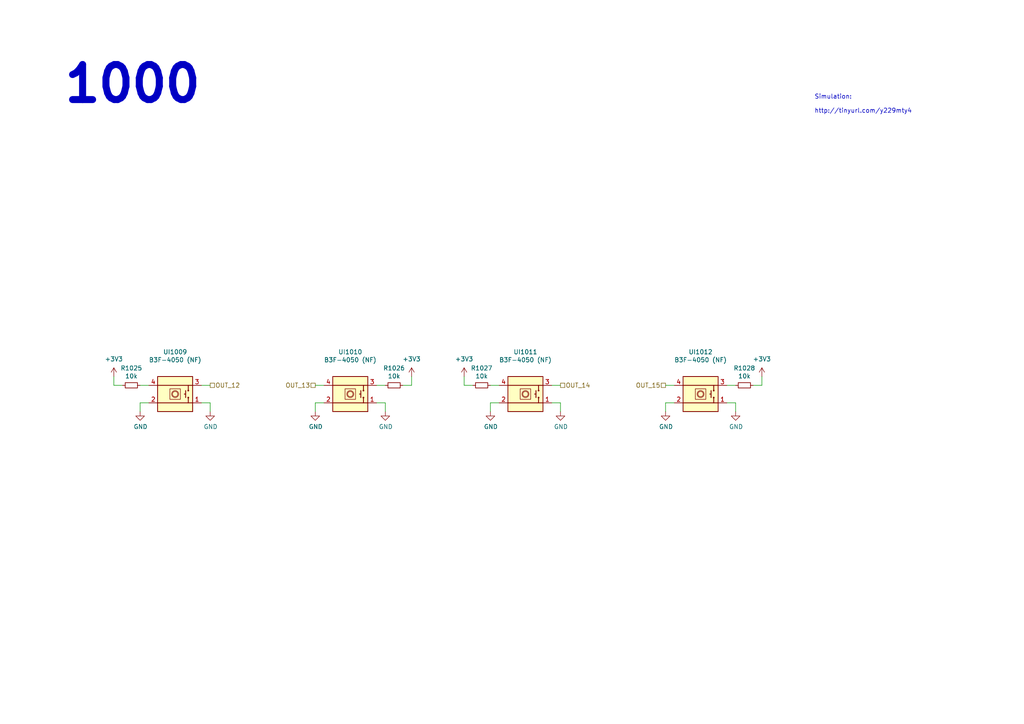
<source format=kicad_sch>
(kicad_sch (version 20230121) (generator eeschema)
  (paper "A4")
  (lib_symbols
    (symbol "power:+3V3" (power) (pin_names (offset 0))
      (property "Value" "+3V3" (at 0 3.556 0))
      (symbol "+3V3_0_1"
        (polyline (pts (xy -0.762 1.27) (xy 0 2.54)))
        (polyline (pts (xy 0 0) (xy 0 2.54)))
        (polyline (pts (xy 0 2.54) (xy 0.762 1.27)))
      )
      (symbol "+3V3_1_1"
        (pin power_in line (at 0 0 90) (length 0) hide (name "+3V3") (number "1"))
      )
    )
    (symbol "power:GND" (power) (pin_names (offset 0))
      (property "Value" "GND" (at 0 -3.81 0))
      (symbol "GND_0_1"
        (polyline (pts (xy 0 0) (xy 0 -1.27) (xy 1.27 -1.27) (xy 0 -2.54) (xy -1.27 -1.27) (xy 0 -1.27)))
      )
      (symbol "GND_1_1"
        (pin power_in line (at 0 0 270) (length 0) hide (name "GND") (number "1"))
      )
    )
    (symbol "suku_basics:RES" (pin_numbers hide) (pin_names (offset 0.254) hide)
      (property "Reference" "R" (at 0.762 0.508 0))
      (property "Value" "RES" (at 0.762 -1.016 0))
      (symbol "RES_1_1"
        (rectangle (start -0.762 1.778) (end 0.762 -1.778) (stroke (width 0.2032)))
        (pin passive line (at 0 2.54 270) (length 0.762) (name "~") (number "1"))
        (pin passive line (at 0 -2.54 90) (length 0.762) (name "~") (number "2"))
      )
    )
    (symbol "suku_basics:UI_Pushbutton_Omron" (pin_names (offset 0.254) hide)
      (property "Reference" "UI" (at 0 11.684 0))
      (property "Value" "UI_Pushbutton_Omron" (at 0 -11.684 0))
      (symbol "UI_Pushbutton_Omron_0_1"
        (rectangle (start -5.08 5.08) (end 5.08 -5.08) (stroke (width 0.254)) (fill (type background)))
        (rectangle (start -1.524 1.524) (end 1.524 -1.524))
        (polyline (pts (xy 3.048 0) (xy 2.667 0)) (stroke (width 0.254)))
        (polyline (pts (xy 3.048 1.016) (xy 3.048 -1.016)) (stroke (width 0.254)))
        (polyline (pts (xy 5.08 -2.54) (xy 3.81 -2.54) (xy 3.81 -1.016)) (stroke (width 0.254)))
        (polyline (pts (xy 5.08 2.54) (xy 3.81 2.54) (xy 3.81 1.016)) (stroke (width 0.254)))
        (circle (center 0 0) (radius 0.762))
        (circle (center 0 0) (radius 1.016))
        (circle (center 3.81 -1.016) (radius 0.127) (stroke (width 0.254)))
        (circle (center 3.81 1.016) (radius 0.127) (stroke (width 0.254)))
      )
      (symbol "UI_Pushbutton_Omron_1_1"
        (polyline (pts (xy 3.81 -2.54) (xy 3.048 -2.54) (xy -5.08 -2.54)) (stroke (width 0.254)))
        (polyline (pts (xy 3.81 2.54) (xy 3.048 2.54) (xy -5.08 2.54)) (stroke (width 0.254)))
        (pin passive line (at 7.62 -2.54 180) (length 2.54) (name "1") (number "1"))
        (pin passive line (at -7.62 -2.54 0) (length 2.54) (name "2") (number "2"))
        (pin passive line (at 7.62 2.54 180) (length 2.54) (name "3") (number "3"))
        (pin passive line (at -7.62 2.54 0) (length 2.54) (name "4") (number "4"))
        (pin no_connect line (at 0 -7.62 90) (length 2.54) hide (name "5") (number "5"))
        (pin no_connect line (at 0 7.62 270) (length 2.54) hide (name "6") (number "6"))
      )
    )
  )
  (wire (pts (xy 193.04 111.76) (xy 195.58 111.76)))
  (wire (pts (xy 40.64 116.84) (xy 43.18 116.84)))
  (wire (pts (xy 40.64 119.38) (xy 40.64 116.84)))
  (wire (pts (xy 33.02 111.76) (xy 35.56 111.76)))
  (wire (pts (xy 193.04 119.38) (xy 193.04 116.84)))
  (wire (pts (xy 119.38 111.76) (xy 119.38 109.22)))
  (wire (pts (xy 213.36 116.84) (xy 210.82 116.84)))
  (wire (pts (xy 60.96 116.84) (xy 58.42 116.84)))
  (wire (pts (xy 111.76 116.84) (xy 109.22 116.84)))
  (wire (pts (xy 160.02 111.76) (xy 162.56 111.76)))
  (wire (pts (xy 162.56 119.38) (xy 162.56 116.84)))
  (wire (pts (xy 142.24 116.84) (xy 144.78 116.84)))
  (wire (pts (xy 43.18 111.76) (xy 40.64 111.76)))
  (wire (pts (xy 91.44 119.38) (xy 91.44 116.84)))
  (wire (pts (xy 220.98 111.76) (xy 218.44 111.76)))
  (wire (pts (xy 91.44 111.76) (xy 93.98 111.76)))
  (wire (pts (xy 58.42 111.76) (xy 60.96 111.76)))
  (wire (pts (xy 33.02 109.22) (xy 33.02 111.76)))
  (wire (pts (xy 109.22 111.76) (xy 111.76 111.76)))
  (wire (pts (xy 119.38 111.76) (xy 116.84 111.76)))
  (wire (pts (xy 144.78 111.76) (xy 142.24 111.76)))
  (wire (pts (xy 111.76 119.38) (xy 111.76 116.84)))
  (wire (pts (xy 60.96 119.38) (xy 60.96 116.84)))
  (wire (pts (xy 91.44 116.84) (xy 93.98 116.84)))
  (wire (pts (xy 220.98 111.76) (xy 220.98 109.22)))
  (wire (pts (xy 193.04 116.84) (xy 195.58 116.84)))
  (wire (pts (xy 142.24 119.38) (xy 142.24 116.84)))
  (wire (pts (xy 213.36 119.38) (xy 213.36 116.84)))
  (wire (pts (xy 134.62 109.22) (xy 134.62 111.76)))
  (wire (pts (xy 162.56 116.84) (xy 160.02 116.84)))
  (wire (pts (xy 134.62 111.76) (xy 137.16 111.76)))
  (wire (pts (xy 210.82 111.76) (xy 213.36 111.76)))
  (text "1000" (at 17.78 30.48 0) (effects (font (size 10.16 10.16) (thickness 2.032) bold) (justify left bottom)))
  (text "Simulation:\n\nhttp://tinyurl.com/y229mty4" (at 236.22 33.02 0) (effects (font (size 1.27 1.27)) (justify left bottom)))
  (hierarchical_label "OUT_13" (shape passive) (at 91.44 111.76 180))
  (hierarchical_label "OUT_12" (shape passive) (at 60.96 111.76 0))
  (hierarchical_label "OUT_14" (shape passive) (at 162.56 111.76 0))
  (hierarchical_label "OUT_15" (shape passive) (at 193.04 111.76 180))
  (symbol (lib_id "suku_basics:UI_Pushbutton_Omron") (at 50.8 114.3 0) (unit 1)
    (property "Reference" "UI1009" (at 50.8 102.0826 0))
    (property "Value" "B3F-4050 (NF)" (at 50.8 104.394 0))
    (property "Footprint" "suku_basics:UI_BUTTON_OMRON" (effects hide))
  )
  (symbol (lib_id "suku_basics:UI_Pushbutton_Omron") (at 101.6 114.3 0) (unit 1)
    (property "Reference" "UI1010" (at 101.6 102.0826 0))
    (property "Value" "B3F-4050 (NF)" (at 101.6 104.394 0))
    (property "Footprint" "suku_basics:UI_BUTTON_OMRON" (effects hide))
  )
  (symbol (lib_id "suku_basics:UI_Pushbutton_Omron") (at 152.4 114.3 0) (unit 1)
    (property "Reference" "UI1011" (at 152.4 102.0826 0))
    (property "Value" "B3F-4050 (NF)" (at 152.4 104.394 0))
    (property "Footprint" "suku_basics:UI_BUTTON_OMRON" (effects hide))
  )
  (symbol (lib_id "suku_basics:UI_Pushbutton_Omron") (at 203.2 114.3 0) (unit 1)
    (property "Reference" "UI1012" (at 203.2 102.0826 0))
    (property "Value" "B3F-4050 (NF)" (at 203.2 104.394 0))
    (property "Footprint" "suku_basics:UI_BUTTON_OMRON" (effects hide))
  )
  (symbol (lib_id "power:GND") (at 40.64 119.38 0) (unit 1)
    (property "Reference" "#PWR01046" (effects hide))
    (property "Value" "GND" (at 40.767 123.7742 0))
  )
  (symbol (lib_id "power:GND") (at 60.96 119.38 0) (unit 1)
    (property "Reference" "#PWR01047" (effects hide))
    (property "Value" "GND" (at 61.087 123.7742 0))
  )
  (symbol (lib_id "suku_basics:RES") (at 38.1 111.76 270) (unit 1)
    (property "Reference" "R1025" (at 38.1 106.7816 90))
    (property "Value" "10k" (at 38.1 109.093 90))
    (property "Footprint" "suku_basics:RES_0402" (effects hide))
  )
  (symbol (lib_id "power:GND") (at 91.44 119.38 0) (unit 1)
    (property "Reference" "#PWR01048" (effects hide))
    (property "Value" "GND" (at 91.567 123.7742 0))
  )
  (symbol (lib_id "power:GND") (at 111.76 119.38 0) (unit 1)
    (property "Reference" "#PWR01049" (effects hide))
    (property "Value" "GND" (at 111.887 123.7742 0))
  )
  (symbol (lib_id "suku_basics:RES") (at 114.3 111.76 90) (mirror x) (unit 1)
    (property "Reference" "R1026" (at 114.3 106.7816 90))
    (property "Value" "10k" (at 114.3 109.093 90))
    (property "Footprint" "suku_basics:RES_0402" (effects hide))
  )
  (symbol (lib_id "power:GND") (at 142.24 119.38 0) (unit 1)
    (property "Reference" "#PWR01052" (effects hide))
    (property "Value" "GND" (at 142.367 123.7742 0))
  )
  (symbol (lib_id "power:GND") (at 162.56 119.38 0) (unit 1)
    (property "Reference" "#PWR01053" (effects hide))
    (property "Value" "GND" (at 162.687 123.7742 0))
  )
  (symbol (lib_id "suku_basics:RES") (at 139.7 111.76 270) (unit 1)
    (property "Reference" "R1027" (at 139.7 106.7816 90))
    (property "Value" "10k" (at 139.7 109.093 90))
    (property "Footprint" "suku_basics:RES_0402" (effects hide))
  )
  (symbol (lib_id "power:GND") (at 193.04 119.38 0) (unit 1)
    (property "Reference" "#PWR01054" (effects hide))
    (property "Value" "GND" (at 193.167 123.7742 0))
  )
  (symbol (lib_id "power:GND") (at 213.36 119.38 0) (unit 1)
    (property "Reference" "#PWR01055" (effects hide))
    (property "Value" "GND" (at 213.487 123.7742 0))
  )
  (symbol (lib_id "suku_basics:RES") (at 215.9 111.76 90) (mirror x) (unit 1)
    (property "Reference" "R1028" (at 215.9 106.7816 90))
    (property "Value" "10k" (at 215.9 109.093 90))
    (property "Footprint" "suku_basics:RES_0402" (effects hide))
  )
  (symbol (lib_id "power:+3V3") (at 33.02 109.22 0) (unit 1)
    (property "Reference" "#PWR01045" (effects hide))
    (property "Value" "+3V3" (at 33.02 104.14 0))
  )
  (symbol (lib_id "power:+3V3") (at 134.62 109.22 0) (unit 1)
    (property "Reference" "#PWR01051" (effects hide))
    (property "Value" "+3V3" (at 134.62 104.14 0))
  )
  (symbol (lib_id "power:+3V3") (at 119.38 109.22 0) (unit 1)
    (property "Reference" "#PWR01050" (effects hide))
    (property "Value" "+3V3" (at 119.38 104.14 0))
  )
  (symbol (lib_id "power:+3V3") (at 220.98 109.22 0) (unit 1)
    (property "Reference" "#PWR01056" (effects hide))
    (property "Value" "+3V3" (at 220.98 104.14 0))
  )
)
</source>
